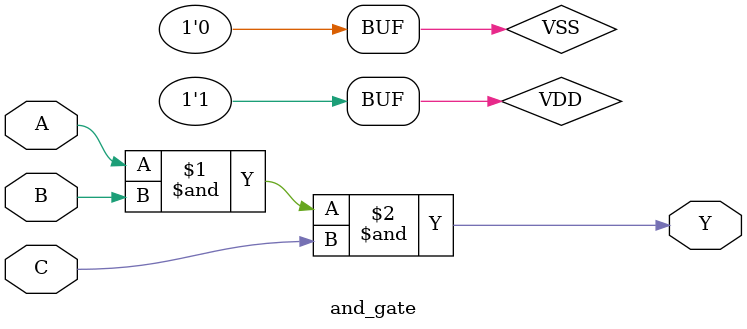
<source format=v>
module and_gate (
    input A,
    input B,
    input C,
    output Y
);

    // Voltage supply signals
    supply1 VDD;
    supply0 VSS;

    // AND gate logic
    assign Y = A & B & C;

endmodule
</source>
